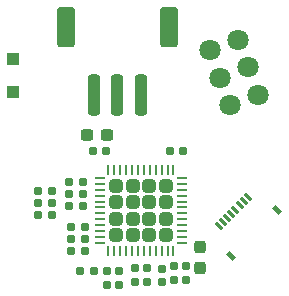
<source format=gbr>
%TF.GenerationSoftware,KiCad,Pcbnew,8.0.7-8.0.7-0~ubuntu22.04.1*%
%TF.CreationDate,2025-01-08T19:04:50+01:00*%
%TF.ProjectId,bldc_servo_mini_v1,626c6463-5f73-4657-9276-6f5f6d696e69,rev?*%
%TF.SameCoordinates,Original*%
%TF.FileFunction,Paste,Bot*%
%TF.FilePolarity,Positive*%
%FSLAX46Y46*%
G04 Gerber Fmt 4.6, Leading zero omitted, Abs format (unit mm)*
G04 Created by KiCad (PCBNEW 8.0.7-8.0.7-0~ubuntu22.04.1) date 2025-01-08 19:04:50*
%MOMM*%
%LPD*%
G01*
G04 APERTURE LIST*
G04 Aperture macros list*
%AMRoundRect*
0 Rectangle with rounded corners*
0 $1 Rounding radius*
0 $2 $3 $4 $5 $6 $7 $8 $9 X,Y pos of 4 corners*
0 Add a 4 corners polygon primitive as box body*
4,1,4,$2,$3,$4,$5,$6,$7,$8,$9,$2,$3,0*
0 Add four circle primitives for the rounded corners*
1,1,$1+$1,$2,$3*
1,1,$1+$1,$4,$5*
1,1,$1+$1,$6,$7*
1,1,$1+$1,$8,$9*
0 Add four rect primitives between the rounded corners*
20,1,$1+$1,$2,$3,$4,$5,0*
20,1,$1+$1,$4,$5,$6,$7,0*
20,1,$1+$1,$6,$7,$8,$9,0*
20,1,$1+$1,$8,$9,$2,$3,0*%
%AMRotRect*
0 Rectangle, with rotation*
0 The origin of the aperture is its center*
0 $1 length*
0 $2 width*
0 $3 Rotation angle, in degrees counterclockwise*
0 Add horizontal line*
21,1,$1,$2,0,0,$3*%
G04 Aperture macros list end*
%ADD10RoundRect,0.250000X-0.300000X0.300000X-0.300000X-0.300000X0.300000X-0.300000X0.300000X0.300000X0*%
%ADD11C,1.800000*%
%ADD12RotRect,0.400000X0.800000X225.000000*%
%ADD13RotRect,0.300000X0.800000X225.000000*%
%ADD14RoundRect,0.237500X-0.237500X0.300000X-0.237500X-0.300000X0.237500X-0.300000X0.237500X0.300000X0*%
%ADD15RoundRect,0.155000X-0.155000X0.212500X-0.155000X-0.212500X0.155000X-0.212500X0.155000X0.212500X0*%
%ADD16RoundRect,0.155000X-0.212500X-0.155000X0.212500X-0.155000X0.212500X0.155000X-0.212500X0.155000X0*%
%ADD17RoundRect,0.250001X-0.499999X-1.449999X0.499999X-1.449999X0.499999X1.449999X-0.499999X1.449999X0*%
%ADD18RoundRect,0.250000X-0.250000X-1.500000X0.250000X-1.500000X0.250000X1.500000X-0.250000X1.500000X0*%
%ADD19RoundRect,0.250000X0.315000X-0.315000X0.315000X0.315000X-0.315000X0.315000X-0.315000X-0.315000X0*%
%ADD20RoundRect,0.062500X0.062500X-0.375000X0.062500X0.375000X-0.062500X0.375000X-0.062500X-0.375000X0*%
%ADD21RoundRect,0.062500X0.375000X-0.062500X0.375000X0.062500X-0.375000X0.062500X-0.375000X-0.062500X0*%
%ADD22RoundRect,0.160000X0.197500X0.160000X-0.197500X0.160000X-0.197500X-0.160000X0.197500X-0.160000X0*%
%ADD23RoundRect,0.160000X0.160000X-0.197500X0.160000X0.197500X-0.160000X0.197500X-0.160000X-0.197500X0*%
%ADD24RoundRect,0.160000X-0.160000X0.197500X-0.160000X-0.197500X0.160000X-0.197500X0.160000X0.197500X0*%
%ADD25RoundRect,0.160000X-0.197500X-0.160000X0.197500X-0.160000X0.197500X0.160000X-0.197500X0.160000X0*%
%ADD26RoundRect,0.155000X0.212500X0.155000X-0.212500X0.155000X-0.212500X-0.155000X0.212500X-0.155000X0*%
%ADD27RoundRect,0.237500X-0.300000X-0.237500X0.300000X-0.237500X0.300000X0.237500X-0.300000X0.237500X0*%
G04 APERTURE END LIST*
D10*
%TO.C,D2*%
X89200000Y-93200000D03*
X89200000Y-96000000D03*
%TD*%
D11*
%TO.C,J5*%
X105832061Y-92405817D03*
X108181292Y-91550767D03*
X106687111Y-94755049D03*
X109036343Y-93899999D03*
X107542161Y-97104281D03*
X109891393Y-96249230D03*
%TD*%
D12*
%TO.C,FPC_BOARD1*%
X111528427Y-105939340D03*
D13*
X106578680Y-107353553D03*
X106932233Y-107000000D03*
X107285786Y-106646447D03*
X107639340Y-106292893D03*
X107992893Y-105939340D03*
X108346447Y-105585786D03*
X108700000Y-105232233D03*
X109053553Y-104878680D03*
D12*
X107639340Y-109828427D03*
%TD*%
D14*
%TO.C,C1*%
X105000000Y-109137500D03*
X105000000Y-110862500D03*
%TD*%
D15*
%TO.C,C32*%
X103800000Y-110732500D03*
X103800000Y-111867500D03*
%TD*%
%TO.C,C30*%
X102800000Y-111867500D03*
X102800000Y-110732500D03*
%TD*%
D16*
%TO.C,C13*%
X102432500Y-101000000D03*
X103567500Y-101000000D03*
%TD*%
%TO.C,C3*%
X95932500Y-101000000D03*
X97067500Y-101000000D03*
%TD*%
D15*
%TO.C,C2*%
X101800000Y-110932500D03*
X101800000Y-112067500D03*
%TD*%
D17*
%TO.C,J3*%
X102350000Y-90500000D03*
X93650000Y-90500000D03*
D18*
X100000000Y-96250000D03*
X98000000Y-96250000D03*
X96000000Y-96250000D03*
%TD*%
D19*
%TO.C,U5*%
X102100000Y-108100000D03*
X100700000Y-108100000D03*
X99300000Y-108100000D03*
X97900000Y-108100000D03*
X102100000Y-106700000D03*
X100700000Y-106700000D03*
X99300000Y-106700000D03*
X97900000Y-106700000D03*
X102100000Y-105300000D03*
X100700000Y-105300000D03*
X99300000Y-105300000D03*
X97900000Y-105300000D03*
X102100000Y-103900000D03*
X100700000Y-103900000D03*
X99300000Y-103900000D03*
X97900000Y-103900000D03*
D20*
X102750000Y-109437500D03*
X102250000Y-109437500D03*
X101750000Y-109437500D03*
X101250000Y-109437500D03*
X100750000Y-109437500D03*
X100250000Y-109437500D03*
X99750000Y-109437500D03*
X99250000Y-109437500D03*
X98750000Y-109437500D03*
X98250000Y-109437500D03*
X97750000Y-109437500D03*
X97250000Y-109437500D03*
D21*
X96562500Y-108750000D03*
X96562500Y-108250000D03*
X96562500Y-107750000D03*
X96562500Y-107250000D03*
X96562500Y-106750000D03*
X96562500Y-106250000D03*
X96562500Y-105750000D03*
X96562500Y-105250000D03*
X96562500Y-104750000D03*
X96562500Y-104250000D03*
X96562500Y-103750000D03*
X96562500Y-103250000D03*
D20*
X97250000Y-102562500D03*
X97750000Y-102562500D03*
X98250000Y-102562500D03*
X98750000Y-102562500D03*
X99250000Y-102562500D03*
X99750000Y-102562500D03*
X100250000Y-102562500D03*
X100750000Y-102562500D03*
X101250000Y-102562500D03*
X101750000Y-102562500D03*
X102250000Y-102562500D03*
X102750000Y-102562500D03*
D21*
X103437500Y-103250000D03*
X103437500Y-103750000D03*
X103437500Y-104250000D03*
X103437500Y-104750000D03*
X103437500Y-105250000D03*
X103437500Y-105750000D03*
X103437500Y-106250000D03*
X103437500Y-106750000D03*
X103437500Y-107250000D03*
X103437500Y-107750000D03*
X103437500Y-108250000D03*
X103437500Y-108750000D03*
%TD*%
D22*
%TO.C,R27*%
X94802500Y-111100000D03*
X95997500Y-111100000D03*
%TD*%
D23*
%TO.C,R26*%
X97100000Y-111100000D03*
X97100000Y-112295000D03*
%TD*%
D24*
%TO.C,R25*%
X98100000Y-112295000D03*
X98100000Y-111100000D03*
%TD*%
D22*
%TO.C,R24*%
X91297500Y-104400000D03*
X92492500Y-104400000D03*
%TD*%
%TO.C,R23*%
X95302500Y-107400000D03*
X94107500Y-107400000D03*
%TD*%
D25*
%TO.C,R22*%
X92495000Y-105400000D03*
X91300000Y-105400000D03*
%TD*%
D22*
%TO.C,R21*%
X91297500Y-106400000D03*
X92492500Y-106400000D03*
%TD*%
D25*
%TO.C,R20*%
X94102500Y-108400000D03*
X95297500Y-108400000D03*
%TD*%
D22*
%TO.C,R19*%
X95300000Y-109400000D03*
X94105000Y-109400000D03*
%TD*%
D25*
%TO.C,FB1*%
X93870000Y-103600000D03*
X95065000Y-103600000D03*
%TD*%
D26*
%TO.C,C33*%
X95070000Y-104600000D03*
X93935000Y-104600000D03*
%TD*%
%TO.C,C5*%
X93932500Y-105600000D03*
X95067500Y-105600000D03*
%TD*%
D27*
%TO.C,C4*%
X97162500Y-99600000D03*
X95437500Y-99600000D03*
%TD*%
D24*
%TO.C,R4*%
X100500000Y-112097500D03*
X100500000Y-110902500D03*
%TD*%
D23*
%TO.C,R5*%
X99500000Y-110902500D03*
X99500000Y-112097500D03*
%TD*%
M02*

</source>
